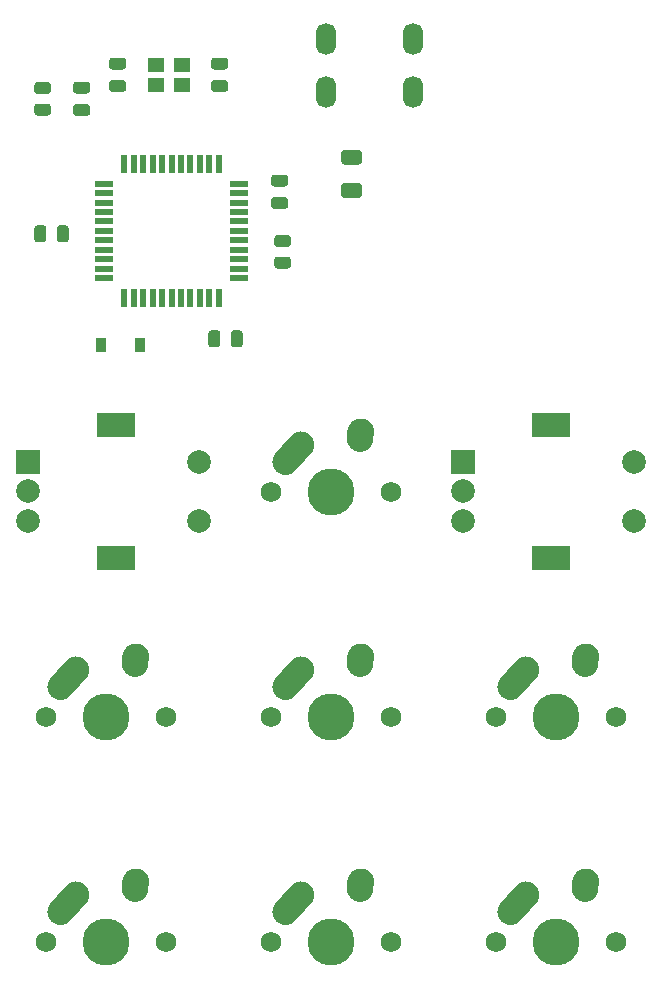
<source format=gbs>
%TF.GenerationSoftware,KiCad,Pcbnew,(5.1.9)-1*%
%TF.CreationDate,2021-04-28T07:42:15+10:00*%
%TF.ProjectId,Productivity Macro,50726f64-7563-4746-9976-697479204d61,rev?*%
%TF.SameCoordinates,Original*%
%TF.FileFunction,Soldermask,Bot*%
%TF.FilePolarity,Negative*%
%FSLAX46Y46*%
G04 Gerber Fmt 4.6, Leading zero omitted, Abs format (unit mm)*
G04 Created by KiCad (PCBNEW (5.1.9)-1) date 2021-04-28 07:42:15*
%MOMM*%
%LPD*%
G01*
G04 APERTURE LIST*
%ADD10O,1.700000X2.700000*%
%ADD11R,1.400000X1.200000*%
%ADD12R,0.550000X1.500000*%
%ADD13R,1.500000X0.550000*%
%ADD14R,2.000000X2.000000*%
%ADD15C,2.000000*%
%ADD16R,3.200000X2.000000*%
%ADD17C,1.750000*%
%ADD18C,2.250000*%
%ADD19C,3.987800*%
%ADD20R,0.900000X1.200000*%
G04 APERTURE END LIST*
D10*
%TO.C,USB1*%
X228440000Y-47498000D03*
X221140000Y-47498000D03*
X221140000Y-51998000D03*
X228440000Y-51998000D03*
%TD*%
D11*
%TO.C,Y1*%
X208872000Y-49696000D03*
X206672000Y-49696000D03*
X206672000Y-51396000D03*
X208872000Y-51396000D03*
%TD*%
D12*
%TO.C,U1*%
X204026000Y-69454000D03*
X204826000Y-69454000D03*
X205626000Y-69454000D03*
X206426000Y-69454000D03*
X207226000Y-69454000D03*
X208026000Y-69454000D03*
X208826000Y-69454000D03*
X209626000Y-69454000D03*
X210426000Y-69454000D03*
X211226000Y-69454000D03*
X212026000Y-69454000D03*
D13*
X213726000Y-67754000D03*
X213726000Y-66954000D03*
X213726000Y-66154000D03*
X213726000Y-65354000D03*
X213726000Y-64554000D03*
X213726000Y-63754000D03*
X213726000Y-62954000D03*
X213726000Y-62154000D03*
X213726000Y-61354000D03*
X213726000Y-60554000D03*
X213726000Y-59754000D03*
D12*
X212026000Y-58054000D03*
X211226000Y-58054000D03*
X210426000Y-58054000D03*
X209626000Y-58054000D03*
X208826000Y-58054000D03*
X208026000Y-58054000D03*
X207226000Y-58054000D03*
X206426000Y-58054000D03*
X205626000Y-58054000D03*
X204826000Y-58054000D03*
X204026000Y-58054000D03*
D13*
X202326000Y-59754000D03*
X202326000Y-60554000D03*
X202326000Y-61354000D03*
X202326000Y-62154000D03*
X202326000Y-62954000D03*
X202326000Y-63754000D03*
X202326000Y-64554000D03*
X202326000Y-65354000D03*
X202326000Y-66154000D03*
X202326000Y-66954000D03*
X202326000Y-67754000D03*
%TD*%
D14*
%TO.C,SW3*%
X232664000Y-83312000D03*
D15*
X232664000Y-85812000D03*
X232664000Y-88312000D03*
D16*
X240164000Y-80212000D03*
X240164000Y-91412000D03*
D15*
X247164000Y-83312000D03*
X247164000Y-88312000D03*
%TD*%
D14*
%TO.C,SW2*%
X195834000Y-83312000D03*
D15*
X195834000Y-85812000D03*
X195834000Y-88312000D03*
D16*
X203334000Y-80212000D03*
X203334000Y-91412000D03*
D15*
X210334000Y-83312000D03*
X210334000Y-88312000D03*
%TD*%
%TO.C,R4*%
G36*
G01*
X217874001Y-65132000D02*
X216973999Y-65132000D01*
G75*
G02*
X216724000Y-64882001I0J249999D01*
G01*
X216724000Y-64356999D01*
G75*
G02*
X216973999Y-64107000I249999J0D01*
G01*
X217874001Y-64107000D01*
G75*
G02*
X218124000Y-64356999I0J-249999D01*
G01*
X218124000Y-64882001D01*
G75*
G02*
X217874001Y-65132000I-249999J0D01*
G01*
G37*
G36*
G01*
X217874001Y-66957000D02*
X216973999Y-66957000D01*
G75*
G02*
X216724000Y-66707001I0J249999D01*
G01*
X216724000Y-66181999D01*
G75*
G02*
X216973999Y-65932000I249999J0D01*
G01*
X217874001Y-65932000D01*
G75*
G02*
X218124000Y-66181999I0J-249999D01*
G01*
X218124000Y-66707001D01*
G75*
G02*
X217874001Y-66957000I-249999J0D01*
G01*
G37*
%TD*%
%TO.C,R1*%
G36*
G01*
X196653999Y-52978000D02*
X197554001Y-52978000D01*
G75*
G02*
X197804000Y-53227999I0J-249999D01*
G01*
X197804000Y-53753001D01*
G75*
G02*
X197554001Y-54003000I-249999J0D01*
G01*
X196653999Y-54003000D01*
G75*
G02*
X196404000Y-53753001I0J249999D01*
G01*
X196404000Y-53227999D01*
G75*
G02*
X196653999Y-52978000I249999J0D01*
G01*
G37*
G36*
G01*
X196653999Y-51153000D02*
X197554001Y-51153000D01*
G75*
G02*
X197804000Y-51402999I0J-249999D01*
G01*
X197804000Y-51928001D01*
G75*
G02*
X197554001Y-52178000I-249999J0D01*
G01*
X196653999Y-52178000D01*
G75*
G02*
X196404000Y-51928001I0J249999D01*
G01*
X196404000Y-51402999D01*
G75*
G02*
X196653999Y-51153000I249999J0D01*
G01*
G37*
%TD*%
D17*
%TO.C,MX7*%
X245618000Y-123952000D03*
X235458000Y-123952000D03*
D18*
X238038000Y-119952000D03*
D19*
X240538000Y-123952000D03*
G36*
G01*
X235976688Y-122249350D02*
X235976683Y-122249345D01*
G75*
G02*
X235890655Y-120660683I751317J837345D01*
G01*
X237200657Y-119200683D01*
G75*
G02*
X238789319Y-119114655I837345J-751317D01*
G01*
X238789319Y-119114655D01*
G75*
G02*
X238875347Y-120703317I-751317J-837345D01*
G01*
X237565345Y-122163317D01*
G75*
G02*
X235976683Y-122249345I-837345J751317D01*
G01*
G37*
D18*
X243078000Y-118872000D03*
G36*
G01*
X242961483Y-120574395D02*
X242960597Y-120574334D01*
G75*
G02*
X241915666Y-119374597I77403J1122334D01*
G01*
X241955666Y-118794597D01*
G75*
G02*
X243155403Y-117749666I1122334J-77403D01*
G01*
X243155403Y-117749666D01*
G75*
G02*
X244200334Y-118949403I-77403J-1122334D01*
G01*
X244160334Y-119529403D01*
G75*
G02*
X242960597Y-120574334I-1122334J77403D01*
G01*
G37*
%TD*%
D17*
%TO.C,MX6*%
X226568000Y-123952000D03*
X216408000Y-123952000D03*
D18*
X218988000Y-119952000D03*
D19*
X221488000Y-123952000D03*
G36*
G01*
X216926688Y-122249350D02*
X216926683Y-122249345D01*
G75*
G02*
X216840655Y-120660683I751317J837345D01*
G01*
X218150657Y-119200683D01*
G75*
G02*
X219739319Y-119114655I837345J-751317D01*
G01*
X219739319Y-119114655D01*
G75*
G02*
X219825347Y-120703317I-751317J-837345D01*
G01*
X218515345Y-122163317D01*
G75*
G02*
X216926683Y-122249345I-837345J751317D01*
G01*
G37*
D18*
X224028000Y-118872000D03*
G36*
G01*
X223911483Y-120574395D02*
X223910597Y-120574334D01*
G75*
G02*
X222865666Y-119374597I77403J1122334D01*
G01*
X222905666Y-118794597D01*
G75*
G02*
X224105403Y-117749666I1122334J-77403D01*
G01*
X224105403Y-117749666D01*
G75*
G02*
X225150334Y-118949403I-77403J-1122334D01*
G01*
X225110334Y-119529403D01*
G75*
G02*
X223910597Y-120574334I-1122334J77403D01*
G01*
G37*
%TD*%
D17*
%TO.C,MX5*%
X207518000Y-123952000D03*
X197358000Y-123952000D03*
D18*
X199938000Y-119952000D03*
D19*
X202438000Y-123952000D03*
G36*
G01*
X197876688Y-122249350D02*
X197876683Y-122249345D01*
G75*
G02*
X197790655Y-120660683I751317J837345D01*
G01*
X199100657Y-119200683D01*
G75*
G02*
X200689319Y-119114655I837345J-751317D01*
G01*
X200689319Y-119114655D01*
G75*
G02*
X200775347Y-120703317I-751317J-837345D01*
G01*
X199465345Y-122163317D01*
G75*
G02*
X197876683Y-122249345I-837345J751317D01*
G01*
G37*
D18*
X204978000Y-118872000D03*
G36*
G01*
X204861483Y-120574395D02*
X204860597Y-120574334D01*
G75*
G02*
X203815666Y-119374597I77403J1122334D01*
G01*
X203855666Y-118794597D01*
G75*
G02*
X205055403Y-117749666I1122334J-77403D01*
G01*
X205055403Y-117749666D01*
G75*
G02*
X206100334Y-118949403I-77403J-1122334D01*
G01*
X206060334Y-119529403D01*
G75*
G02*
X204860597Y-120574334I-1122334J77403D01*
G01*
G37*
%TD*%
D17*
%TO.C,MX4*%
X245618000Y-104902000D03*
X235458000Y-104902000D03*
D18*
X238038000Y-100902000D03*
D19*
X240538000Y-104902000D03*
G36*
G01*
X235976688Y-103199350D02*
X235976683Y-103199345D01*
G75*
G02*
X235890655Y-101610683I751317J837345D01*
G01*
X237200657Y-100150683D01*
G75*
G02*
X238789319Y-100064655I837345J-751317D01*
G01*
X238789319Y-100064655D01*
G75*
G02*
X238875347Y-101653317I-751317J-837345D01*
G01*
X237565345Y-103113317D01*
G75*
G02*
X235976683Y-103199345I-837345J751317D01*
G01*
G37*
D18*
X243078000Y-99822000D03*
G36*
G01*
X242961483Y-101524395D02*
X242960597Y-101524334D01*
G75*
G02*
X241915666Y-100324597I77403J1122334D01*
G01*
X241955666Y-99744597D01*
G75*
G02*
X243155403Y-98699666I1122334J-77403D01*
G01*
X243155403Y-98699666D01*
G75*
G02*
X244200334Y-99899403I-77403J-1122334D01*
G01*
X244160334Y-100479403D01*
G75*
G02*
X242960597Y-101524334I-1122334J77403D01*
G01*
G37*
%TD*%
D17*
%TO.C,MX3*%
X226568000Y-104902000D03*
X216408000Y-104902000D03*
D18*
X218988000Y-100902000D03*
D19*
X221488000Y-104902000D03*
G36*
G01*
X216926688Y-103199350D02*
X216926683Y-103199345D01*
G75*
G02*
X216840655Y-101610683I751317J837345D01*
G01*
X218150657Y-100150683D01*
G75*
G02*
X219739319Y-100064655I837345J-751317D01*
G01*
X219739319Y-100064655D01*
G75*
G02*
X219825347Y-101653317I-751317J-837345D01*
G01*
X218515345Y-103113317D01*
G75*
G02*
X216926683Y-103199345I-837345J751317D01*
G01*
G37*
D18*
X224028000Y-99822000D03*
G36*
G01*
X223911483Y-101524395D02*
X223910597Y-101524334D01*
G75*
G02*
X222865666Y-100324597I77403J1122334D01*
G01*
X222905666Y-99744597D01*
G75*
G02*
X224105403Y-98699666I1122334J-77403D01*
G01*
X224105403Y-98699666D01*
G75*
G02*
X225150334Y-99899403I-77403J-1122334D01*
G01*
X225110334Y-100479403D01*
G75*
G02*
X223910597Y-101524334I-1122334J77403D01*
G01*
G37*
%TD*%
D17*
%TO.C,MX2*%
X207518000Y-104902000D03*
X197358000Y-104902000D03*
D18*
X199938000Y-100902000D03*
D19*
X202438000Y-104902000D03*
G36*
G01*
X197876688Y-103199350D02*
X197876683Y-103199345D01*
G75*
G02*
X197790655Y-101610683I751317J837345D01*
G01*
X199100657Y-100150683D01*
G75*
G02*
X200689319Y-100064655I837345J-751317D01*
G01*
X200689319Y-100064655D01*
G75*
G02*
X200775347Y-101653317I-751317J-837345D01*
G01*
X199465345Y-103113317D01*
G75*
G02*
X197876683Y-103199345I-837345J751317D01*
G01*
G37*
D18*
X204978000Y-99822000D03*
G36*
G01*
X204861483Y-101524395D02*
X204860597Y-101524334D01*
G75*
G02*
X203815666Y-100324597I77403J1122334D01*
G01*
X203855666Y-99744597D01*
G75*
G02*
X205055403Y-98699666I1122334J-77403D01*
G01*
X205055403Y-98699666D01*
G75*
G02*
X206100334Y-99899403I-77403J-1122334D01*
G01*
X206060334Y-100479403D01*
G75*
G02*
X204860597Y-101524334I-1122334J77403D01*
G01*
G37*
%TD*%
D17*
%TO.C,MX1*%
X226568000Y-85852000D03*
X216408000Y-85852000D03*
D18*
X218988000Y-81852000D03*
D19*
X221488000Y-85852000D03*
G36*
G01*
X216926688Y-84149350D02*
X216926683Y-84149345D01*
G75*
G02*
X216840655Y-82560683I751317J837345D01*
G01*
X218150657Y-81100683D01*
G75*
G02*
X219739319Y-81014655I837345J-751317D01*
G01*
X219739319Y-81014655D01*
G75*
G02*
X219825347Y-82603317I-751317J-837345D01*
G01*
X218515345Y-84063317D01*
G75*
G02*
X216926683Y-84149345I-837345J751317D01*
G01*
G37*
D18*
X224028000Y-80772000D03*
G36*
G01*
X223911483Y-82474395D02*
X223910597Y-82474334D01*
G75*
G02*
X222865666Y-81274597I77403J1122334D01*
G01*
X222905666Y-80694597D01*
G75*
G02*
X224105403Y-79649666I1122334J-77403D01*
G01*
X224105403Y-79649666D01*
G75*
G02*
X225150334Y-80849403I-77403J-1122334D01*
G01*
X225110334Y-81429403D01*
G75*
G02*
X223910597Y-82474334I-1122334J77403D01*
G01*
G37*
%TD*%
%TO.C,F1*%
G36*
G01*
X223891000Y-58153000D02*
X222641000Y-58153000D01*
G75*
G02*
X222391000Y-57903000I0J250000D01*
G01*
X222391000Y-57153000D01*
G75*
G02*
X222641000Y-56903000I250000J0D01*
G01*
X223891000Y-56903000D01*
G75*
G02*
X224141000Y-57153000I0J-250000D01*
G01*
X224141000Y-57903000D01*
G75*
G02*
X223891000Y-58153000I-250000J0D01*
G01*
G37*
G36*
G01*
X223891000Y-60953000D02*
X222641000Y-60953000D01*
G75*
G02*
X222391000Y-60703000I0J250000D01*
G01*
X222391000Y-59953000D01*
G75*
G02*
X222641000Y-59703000I250000J0D01*
G01*
X223891000Y-59703000D01*
G75*
G02*
X224141000Y-59953000I0J-250000D01*
G01*
X224141000Y-60703000D01*
G75*
G02*
X223891000Y-60953000I-250000J0D01*
G01*
G37*
%TD*%
D20*
%TO.C,C7*%
X205358000Y-73406000D03*
X202058000Y-73406000D03*
%TD*%
%TO.C,C6*%
G36*
G01*
X212148000Y-72423000D02*
X212148000Y-73373000D01*
G75*
G02*
X211898000Y-73623000I-250000J0D01*
G01*
X211398000Y-73623000D01*
G75*
G02*
X211148000Y-73373000I0J250000D01*
G01*
X211148000Y-72423000D01*
G75*
G02*
X211398000Y-72173000I250000J0D01*
G01*
X211898000Y-72173000D01*
G75*
G02*
X212148000Y-72423000I0J-250000D01*
G01*
G37*
G36*
G01*
X214048000Y-72423000D02*
X214048000Y-73373000D01*
G75*
G02*
X213798000Y-73623000I-250000J0D01*
G01*
X213298000Y-73623000D01*
G75*
G02*
X213048000Y-73373000I0J250000D01*
G01*
X213048000Y-72423000D01*
G75*
G02*
X213298000Y-72173000I250000J0D01*
G01*
X213798000Y-72173000D01*
G75*
G02*
X214048000Y-72423000I0J-250000D01*
G01*
G37*
%TD*%
%TO.C,C5*%
G36*
G01*
X217645000Y-60002000D02*
X216695000Y-60002000D01*
G75*
G02*
X216445000Y-59752000I0J250000D01*
G01*
X216445000Y-59252000D01*
G75*
G02*
X216695000Y-59002000I250000J0D01*
G01*
X217645000Y-59002000D01*
G75*
G02*
X217895000Y-59252000I0J-250000D01*
G01*
X217895000Y-59752000D01*
G75*
G02*
X217645000Y-60002000I-250000J0D01*
G01*
G37*
G36*
G01*
X217645000Y-61902000D02*
X216695000Y-61902000D01*
G75*
G02*
X216445000Y-61652000I0J250000D01*
G01*
X216445000Y-61152000D01*
G75*
G02*
X216695000Y-60902000I250000J0D01*
G01*
X217645000Y-60902000D01*
G75*
G02*
X217895000Y-61152000I0J-250000D01*
G01*
X217895000Y-61652000D01*
G75*
G02*
X217645000Y-61902000I-250000J0D01*
G01*
G37*
%TD*%
%TO.C,C4*%
G36*
G01*
X200881000Y-52128000D02*
X199931000Y-52128000D01*
G75*
G02*
X199681000Y-51878000I0J250000D01*
G01*
X199681000Y-51378000D01*
G75*
G02*
X199931000Y-51128000I250000J0D01*
G01*
X200881000Y-51128000D01*
G75*
G02*
X201131000Y-51378000I0J-250000D01*
G01*
X201131000Y-51878000D01*
G75*
G02*
X200881000Y-52128000I-250000J0D01*
G01*
G37*
G36*
G01*
X200881000Y-54028000D02*
X199931000Y-54028000D01*
G75*
G02*
X199681000Y-53778000I0J250000D01*
G01*
X199681000Y-53278000D01*
G75*
G02*
X199931000Y-53028000I250000J0D01*
G01*
X200881000Y-53028000D01*
G75*
G02*
X201131000Y-53278000I0J-250000D01*
G01*
X201131000Y-53778000D01*
G75*
G02*
X200881000Y-54028000I-250000J0D01*
G01*
G37*
%TD*%
%TO.C,C3*%
G36*
G01*
X197416000Y-63533000D02*
X197416000Y-64483000D01*
G75*
G02*
X197166000Y-64733000I-250000J0D01*
G01*
X196666000Y-64733000D01*
G75*
G02*
X196416000Y-64483000I0J250000D01*
G01*
X196416000Y-63533000D01*
G75*
G02*
X196666000Y-63283000I250000J0D01*
G01*
X197166000Y-63283000D01*
G75*
G02*
X197416000Y-63533000I0J-250000D01*
G01*
G37*
G36*
G01*
X199316000Y-63533000D02*
X199316000Y-64483000D01*
G75*
G02*
X199066000Y-64733000I-250000J0D01*
G01*
X198566000Y-64733000D01*
G75*
G02*
X198316000Y-64483000I0J250000D01*
G01*
X198316000Y-63533000D01*
G75*
G02*
X198566000Y-63283000I250000J0D01*
G01*
X199066000Y-63283000D01*
G75*
G02*
X199316000Y-63533000I0J-250000D01*
G01*
G37*
%TD*%
%TO.C,C2*%
G36*
G01*
X202979000Y-50996000D02*
X203929000Y-50996000D01*
G75*
G02*
X204179000Y-51246000I0J-250000D01*
G01*
X204179000Y-51746000D01*
G75*
G02*
X203929000Y-51996000I-250000J0D01*
G01*
X202979000Y-51996000D01*
G75*
G02*
X202729000Y-51746000I0J250000D01*
G01*
X202729000Y-51246000D01*
G75*
G02*
X202979000Y-50996000I250000J0D01*
G01*
G37*
G36*
G01*
X202979000Y-49096000D02*
X203929000Y-49096000D01*
G75*
G02*
X204179000Y-49346000I0J-250000D01*
G01*
X204179000Y-49846000D01*
G75*
G02*
X203929000Y-50096000I-250000J0D01*
G01*
X202979000Y-50096000D01*
G75*
G02*
X202729000Y-49846000I0J250000D01*
G01*
X202729000Y-49346000D01*
G75*
G02*
X202979000Y-49096000I250000J0D01*
G01*
G37*
%TD*%
%TO.C,C1*%
G36*
G01*
X212565000Y-50096000D02*
X211615000Y-50096000D01*
G75*
G02*
X211365000Y-49846000I0J250000D01*
G01*
X211365000Y-49346000D01*
G75*
G02*
X211615000Y-49096000I250000J0D01*
G01*
X212565000Y-49096000D01*
G75*
G02*
X212815000Y-49346000I0J-250000D01*
G01*
X212815000Y-49846000D01*
G75*
G02*
X212565000Y-50096000I-250000J0D01*
G01*
G37*
G36*
G01*
X212565000Y-51996000D02*
X211615000Y-51996000D01*
G75*
G02*
X211365000Y-51746000I0J250000D01*
G01*
X211365000Y-51246000D01*
G75*
G02*
X211615000Y-50996000I250000J0D01*
G01*
X212565000Y-50996000D01*
G75*
G02*
X212815000Y-51246000I0J-250000D01*
G01*
X212815000Y-51746000D01*
G75*
G02*
X212565000Y-51996000I-250000J0D01*
G01*
G37*
%TD*%
M02*

</source>
